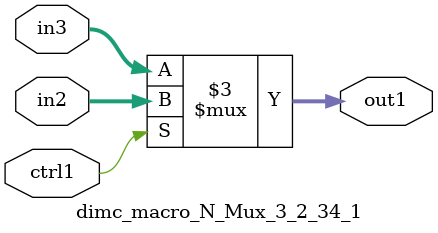
<source format=v>

`timescale 1ps / 1ps


module dimc_macro_N_Mux_3_2_34_1( in3, in2, ctrl1, out1 );

    input [2:0] in3;
    input [2:0] in2;
    input ctrl1;
    output [2:0] out1;
    reg [2:0] out1;

    
    // rtl_process:dimc_macro_N_Mux_3_2_34_1/dimc_macro_N_Mux_3_2_34_1_thread_1
    always @*
      begin : dimc_macro_N_Mux_3_2_34_1_thread_1
        case (ctrl1) 
          1'b1: 
            begin
              out1 = in2;
            end
          default: 
            begin
              out1 = in3;
            end
        endcase
      end

endmodule


</source>
